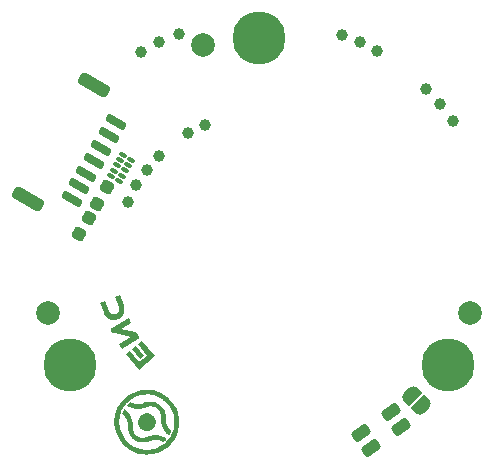
<source format=gbr>
%TF.GenerationSoftware,KiCad,Pcbnew,7.0.6*%
%TF.CreationDate,2024-04-30T01:46:30+02:00*%
%TF.ProjectId,amulet_encoder,616d756c-6574-45f6-956e-636f6465722e,1.0*%
%TF.SameCoordinates,PX7829b80PY6b49d20*%
%TF.FileFunction,Soldermask,Bot*%
%TF.FilePolarity,Negative*%
%FSLAX46Y46*%
G04 Gerber Fmt 4.6, Leading zero omitted, Abs format (unit mm)*
G04 Created by KiCad (PCBNEW 7.0.6) date 2024-04-30 01:46:30*
%MOMM*%
%LPD*%
G01*
G04 APERTURE LIST*
G04 Aperture macros list*
%AMRoundRect*
0 Rectangle with rounded corners*
0 $1 Rounding radius*
0 $2 $3 $4 $5 $6 $7 $8 $9 X,Y pos of 4 corners*
0 Add a 4 corners polygon primitive as box body*
4,1,4,$2,$3,$4,$5,$6,$7,$8,$9,$2,$3,0*
0 Add four circle primitives for the rounded corners*
1,1,$1+$1,$2,$3*
1,1,$1+$1,$4,$5*
1,1,$1+$1,$6,$7*
1,1,$1+$1,$8,$9*
0 Add four rect primitives between the rounded corners*
20,1,$1+$1,$2,$3,$4,$5,0*
20,1,$1+$1,$4,$5,$6,$7,0*
20,1,$1+$1,$6,$7,$8,$9,0*
20,1,$1+$1,$8,$9,$2,$3,0*%
%AMFreePoly0*
4,1,35,0.012286,0.794910,0.071158,0.794911,0.085245,0.792886,0.221795,0.752791,0.234740,0.746879,0.354462,0.669938,0.365217,0.660618,0.458414,0.553063,0.466109,0.541091,0.525228,0.411637,0.529237,0.397982,0.549491,0.257116,0.550000,0.250000,0.550000,-0.250000,0.549491,-0.257116,0.529237,-0.397982,0.525228,-0.411637,0.466109,-0.541091,0.458414,-0.553063,0.365217,-0.660618,
0.354462,-0.669938,0.234740,-0.746879,0.221795,-0.752791,0.085245,-0.792886,0.071158,-0.794911,0.012286,-0.794910,0.000000,-0.799999,-0.500000,-0.800000,-0.535355,-0.785355,-0.550000,-0.750000,-0.550000,0.750000,-0.535355,0.785355,-0.500000,0.800000,0.000000,0.799999,0.012286,0.794910,0.012286,0.794910,$1*%
%AMFreePoly1*
4,1,35,0.535355,0.785355,0.550000,0.750000,0.550000,-0.750000,0.535355,-0.785355,0.500000,-0.800000,0.000000,-0.799999,-0.012286,-0.794910,-0.071158,-0.794911,-0.085245,-0.792886,-0.221795,-0.752791,-0.234740,-0.746879,-0.354462,-0.669938,-0.365217,-0.660618,-0.458414,-0.553063,-0.466109,-0.541091,-0.525228,-0.411637,-0.529237,-0.397982,-0.549491,-0.257116,-0.550000,-0.250000,-0.550000,0.250000,
-0.549491,0.257116,-0.529237,0.397982,-0.525228,0.411637,-0.466109,0.541091,-0.458414,0.553063,-0.365217,0.660618,-0.354462,0.669938,-0.234740,0.746879,-0.221795,0.752791,-0.085245,0.792886,-0.071158,0.794911,-0.012286,0.794910,0.000000,0.799999,0.500000,0.800000,0.535355,0.785355,0.535355,0.785355,$1*%
G04 Aperture macros list end*
%ADD10C,0.160000*%
%ADD11C,0.800000*%
%ADD12C,4.500000*%
%ADD13C,0.999800*%
%ADD14RoundRect,0.300000X0.827628X-0.766506X1.077628X-0.333494X-0.827628X0.766506X-1.077628X0.333494X0*%
%ADD15RoundRect,0.200000X0.531218X-0.479904X0.681218X-0.220096X-0.531218X0.479904X-0.681218X0.220096X0*%
%ADD16RoundRect,0.050000X-0.197308X0.258253X-0.322308X0.041747X0.197308X-0.258253X0.322308X-0.041747X0*%
%ADD17C,2.000000*%
%ADD18RoundRect,0.287500X-0.108582X0.336931X-0.346082X-0.074431X0.108582X-0.336931X0.346082X0.074431X0*%
%ADD19FreePoly0,135.000000*%
%ADD20FreePoly1,135.000000*%
%ADD21RoundRect,0.275000X-0.559110X-0.116818X-0.301000X-0.485437X0.559110X0.116818X0.301000X0.485437X0*%
%ADD22RoundRect,0.287500X0.108582X-0.336931X0.346082X0.074431X-0.108582X0.336931X-0.346082X-0.074431X0*%
G04 APERTURE END LIST*
D10*
G36*
X9031716Y18570560D02*
G01*
X9473759Y18731451D01*
X9789692Y17863432D01*
X9798286Y17841334D01*
X9807699Y17819979D01*
X9817908Y17799380D01*
X9828888Y17779552D01*
X9840614Y17760511D01*
X9853063Y17742269D01*
X9866209Y17724842D01*
X9880029Y17708245D01*
X9894499Y17692492D01*
X9909593Y17677597D01*
X9925288Y17663575D01*
X9941559Y17650441D01*
X9958382Y17638209D01*
X9975732Y17626894D01*
X9993586Y17616510D01*
X10011918Y17607072D01*
X10030705Y17598595D01*
X10049923Y17591092D01*
X10069546Y17584579D01*
X10089551Y17579070D01*
X10109913Y17574580D01*
X10130608Y17571123D01*
X10151611Y17568713D01*
X10172899Y17567366D01*
X10194446Y17567096D01*
X10216229Y17567918D01*
X10238223Y17569845D01*
X10260404Y17572893D01*
X10282748Y17577076D01*
X10305230Y17582409D01*
X10327825Y17588906D01*
X10350511Y17596582D01*
X10373114Y17605390D01*
X10394873Y17615037D01*
X10415779Y17625496D01*
X10435823Y17636740D01*
X10454997Y17648744D01*
X10473291Y17661481D01*
X10490697Y17674923D01*
X10507206Y17689044D01*
X10522810Y17703819D01*
X10537500Y17719219D01*
X10551267Y17735220D01*
X10564103Y17751793D01*
X10575998Y17768912D01*
X10586944Y17786552D01*
X10596933Y17804685D01*
X10605956Y17823284D01*
X10614004Y17842324D01*
X10621068Y17861777D01*
X10627139Y17881617D01*
X10632210Y17901817D01*
X10636270Y17922352D01*
X10639313Y17943193D01*
X10641328Y17964315D01*
X10642307Y17985692D01*
X10642242Y18007295D01*
X10641124Y18029100D01*
X10638943Y18051079D01*
X10635692Y18073205D01*
X10631362Y18095453D01*
X10625944Y18117795D01*
X10619429Y18140206D01*
X10611808Y18162657D01*
X10295875Y19030676D01*
X10735622Y19190731D01*
X11040195Y18353926D01*
X11056893Y18304924D01*
X11071286Y18256071D01*
X11083393Y18207423D01*
X11093231Y18159037D01*
X11100815Y18110969D01*
X11106165Y18063275D01*
X11109297Y18016011D01*
X11110228Y17969234D01*
X11108976Y17922999D01*
X11105558Y17877362D01*
X11099991Y17832380D01*
X11092292Y17788110D01*
X11082479Y17744606D01*
X11070569Y17701926D01*
X11056579Y17660125D01*
X11040526Y17619259D01*
X11022428Y17579385D01*
X11002302Y17540560D01*
X10980165Y17502838D01*
X10956034Y17466276D01*
X10929927Y17430931D01*
X10901861Y17396858D01*
X10871854Y17364114D01*
X10839921Y17332755D01*
X10806082Y17302837D01*
X10770352Y17274416D01*
X10732749Y17247548D01*
X10693291Y17222289D01*
X10651995Y17198697D01*
X10608877Y17176826D01*
X10563956Y17156733D01*
X10517248Y17138474D01*
X10469775Y17122453D01*
X10422490Y17108986D01*
X10375445Y17098041D01*
X10328687Y17089584D01*
X10282267Y17083586D01*
X10236233Y17080012D01*
X10190635Y17078833D01*
X10145522Y17080014D01*
X10100943Y17083526D01*
X10056948Y17089335D01*
X10013585Y17097410D01*
X9970904Y17107718D01*
X9928954Y17120228D01*
X9887784Y17134908D01*
X9847444Y17151726D01*
X9807983Y17170650D01*
X9769449Y17191648D01*
X9731893Y17214688D01*
X9695364Y17239737D01*
X9659910Y17266765D01*
X9625581Y17295739D01*
X9592426Y17326627D01*
X9560495Y17359397D01*
X9529836Y17394018D01*
X9500499Y17430457D01*
X9472534Y17468682D01*
X9445988Y17508661D01*
X9420912Y17550363D01*
X9397355Y17593755D01*
X9375366Y17638806D01*
X9354994Y17685483D01*
X9336289Y17733755D01*
X9031716Y18570560D01*
G37*
G36*
X9972159Y16198869D02*
G01*
X9961886Y16218160D01*
X9953593Y16237004D01*
X9944859Y16264414D01*
X9940556Y16290774D01*
X9940668Y16316059D01*
X9945181Y16340241D01*
X9954077Y16363296D01*
X9967342Y16385197D01*
X9984958Y16405920D01*
X10006912Y16425437D01*
X10023949Y16437766D01*
X10042903Y16449541D01*
X11451629Y17262870D01*
X11688300Y16852943D01*
X10772417Y16324157D01*
X12001587Y16041647D01*
X12023832Y16036565D01*
X12044889Y16031205D01*
X12064850Y16025433D01*
X12083809Y16019113D01*
X12110565Y16008313D01*
X12135579Y15995525D01*
X12159161Y15980294D01*
X12181620Y15962166D01*
X12196122Y15948248D01*
X12210355Y15932705D01*
X12224409Y15915404D01*
X12238378Y15896210D01*
X12252352Y15874989D01*
X12266423Y15851605D01*
X12325286Y15749652D01*
X12338287Y15725496D01*
X12348993Y15702052D01*
X12357406Y15679322D01*
X12363530Y15657308D01*
X12367367Y15636014D01*
X12368922Y15615441D01*
X12368198Y15595594D01*
X12362845Y15567188D01*
X12352383Y15540429D01*
X12342576Y15523509D01*
X12330506Y15507328D01*
X12316177Y15491888D01*
X12299592Y15477193D01*
X12280754Y15463245D01*
X12259668Y15450046D01*
X10868286Y14646731D01*
X10630394Y15058773D01*
X11637654Y15640315D01*
X10294038Y15948127D01*
X10268722Y15953594D01*
X10244991Y15959030D01*
X10222740Y15964584D01*
X10201868Y15970399D01*
X10182270Y15976624D01*
X10163843Y15983403D01*
X10138173Y15994931D01*
X10114556Y16008529D01*
X10092644Y16024689D01*
X10072089Y16043906D01*
X10058966Y16058658D01*
X10046188Y16075133D01*
X10033651Y16093478D01*
X10021252Y16113838D01*
X9972159Y16198869D01*
G37*
G36*
X11770438Y14625516D02*
G01*
X12068302Y14875454D01*
X12759714Y14051461D01*
X12461849Y13801523D01*
X11770438Y14625516D01*
G37*
G36*
X11205169Y14180532D02*
G01*
X11565525Y14482907D01*
X12375626Y13517466D01*
X13045821Y14079827D01*
X12237605Y15043022D01*
X12596090Y15343827D01*
X13719241Y14005307D01*
X12330204Y12839767D01*
X11205169Y14180532D01*
G37*
%TO.C,G\u002A\u002A\u002A*%
G36*
X13121902Y9188548D02*
G01*
X13230603Y9162661D01*
X13336092Y9120276D01*
X13360976Y9107015D01*
X13419745Y9069138D01*
X13479558Y9022937D01*
X13534841Y8972910D01*
X13580016Y8923554D01*
X13606024Y8889504D01*
X13666676Y8791689D01*
X13711129Y8689066D01*
X13739298Y8583011D01*
X13751101Y8474900D01*
X13746455Y8366109D01*
X13725275Y8258014D01*
X13687479Y8151991D01*
X13632983Y8049417D01*
X13611676Y8017129D01*
X13540049Y7928707D01*
X13457793Y7853879D01*
X13365680Y7793186D01*
X13264488Y7747171D01*
X13154990Y7716371D01*
X13143613Y7714103D01*
X13075467Y7702896D01*
X13015128Y7698235D01*
X12955410Y7699882D01*
X12889124Y7707602D01*
X12836966Y7716756D01*
X12768211Y7734793D01*
X12703994Y7760239D01*
X12639236Y7795221D01*
X12568854Y7841872D01*
X12559557Y7848492D01*
X12518889Y7878161D01*
X12488334Y7902324D01*
X12464113Y7924370D01*
X12442443Y7947687D01*
X12419543Y7975663D01*
X12417944Y7977699D01*
X12351691Y8075561D01*
X12301865Y8178450D01*
X12268630Y8285293D01*
X12252146Y8395015D01*
X12252580Y8506544D01*
X12270092Y8618803D01*
X12304847Y8730720D01*
X12317722Y8759751D01*
X12348037Y8814576D01*
X12386236Y8872838D01*
X12428839Y8929709D01*
X12472362Y8980357D01*
X12513323Y9019949D01*
X12592053Y9078071D01*
X12690311Y9131437D01*
X12794193Y9169382D01*
X12901929Y9191693D01*
X13011755Y9198154D01*
X13121902Y9188548D01*
G37*
G36*
X13401470Y10177534D02*
G01*
X13534231Y10163508D01*
X13549294Y10161130D01*
X13656991Y10138038D01*
X13766076Y10104879D01*
X13870401Y10063755D01*
X13963820Y10016765D01*
X13984990Y10004291D01*
X14089039Y9933094D01*
X14188292Y9849079D01*
X14278107Y9756096D01*
X14357477Y9654656D01*
X14435147Y9528989D01*
X14498497Y9393545D01*
X14547454Y9248533D01*
X14581950Y9094170D01*
X14601912Y8930668D01*
X14607273Y8758241D01*
X14609087Y8642619D01*
X14619737Y8518182D01*
X14640341Y8402859D01*
X14671695Y8293330D01*
X14714594Y8186270D01*
X14769830Y8078363D01*
X14769991Y8078076D01*
X14810801Y8011829D01*
X14858510Y7944452D01*
X14910270Y7879338D01*
X14963227Y7819881D01*
X15014531Y7769475D01*
X15061328Y7731513D01*
X15064985Y7728919D01*
X15073424Y7721458D01*
X15076722Y7712388D01*
X15074518Y7698064D01*
X15066453Y7674850D01*
X15052164Y7639101D01*
X15030695Y7588537D01*
X14998458Y7517965D01*
X14962837Y7444614D01*
X14927006Y7375171D01*
X14907315Y7338327D01*
X14864255Y7368478D01*
X14825289Y7397247D01*
X14744381Y7465424D01*
X14662971Y7544428D01*
X14584761Y7630551D01*
X14513450Y7720081D01*
X14464904Y7789486D01*
X14381899Y7930377D01*
X14313695Y8078641D01*
X14260821Y8232610D01*
X14223803Y8390622D01*
X14203166Y8551010D01*
X14199440Y8712109D01*
X14200263Y8744466D01*
X14200136Y8850878D01*
X14195016Y8944266D01*
X14184670Y9027598D01*
X14168865Y9103842D01*
X14137080Y9208662D01*
X14087058Y9325018D01*
X14024579Y9429428D01*
X13949794Y9521646D01*
X13862857Y9601426D01*
X13836755Y9621229D01*
X13737298Y9683047D01*
X13630619Y9729185D01*
X13517145Y9759608D01*
X13397301Y9774287D01*
X13271512Y9773192D01*
X13140205Y9756288D01*
X13003805Y9723548D01*
X12862739Y9674937D01*
X12749241Y9633681D01*
X12619744Y9596617D01*
X12492259Y9571946D01*
X12362179Y9558812D01*
X12224895Y9556356D01*
X12189059Y9557435D01*
X12038994Y9570831D01*
X11889562Y9597942D01*
X11743586Y9637891D01*
X11603893Y9689803D01*
X11473307Y9752803D01*
X11354653Y9826016D01*
X11309909Y9857258D01*
X11327286Y9882075D01*
X11330407Y9886374D01*
X11351570Y9912152D01*
X11381912Y9945827D01*
X11418376Y9984231D01*
X11457902Y10024196D01*
X11497435Y10062554D01*
X11533917Y10096138D01*
X11596824Y10152012D01*
X11646804Y10124858D01*
X11711093Y10092028D01*
X11849553Y10034960D01*
X11990522Y9994835D01*
X12133175Y9971711D01*
X12276686Y9965645D01*
X12420232Y9976697D01*
X12562987Y10004926D01*
X12704126Y10050386D01*
X12713737Y10054079D01*
X12862265Y10105644D01*
X13002965Y10143453D01*
X13138175Y10167825D01*
X13270231Y10179079D01*
X13401470Y10177534D01*
G37*
G36*
X11134568Y9532346D02*
G01*
X11140620Y9528038D01*
X11181260Y9496596D01*
X11228420Y9456814D01*
X11277684Y9412629D01*
X11324636Y9367986D01*
X11364862Y9326822D01*
X11456182Y9220316D01*
X11552838Y9084176D01*
X11633781Y8940536D01*
X11699166Y8789073D01*
X11749149Y8629467D01*
X11783884Y8461394D01*
X11787620Y8436369D01*
X11794744Y8380074D01*
X11800133Y8325337D01*
X11803314Y8277366D01*
X11803817Y8241365D01*
X11803329Y8227320D01*
X11801237Y8158596D01*
X11800221Y8103109D01*
X11800330Y8057303D01*
X11801612Y8017620D01*
X11804117Y7980504D01*
X11807891Y7942399D01*
X11816697Y7877787D01*
X11845112Y7749527D01*
X11887343Y7630874D01*
X11943937Y7520447D01*
X12015440Y7416865D01*
X12029693Y7399057D01*
X12050241Y7375299D01*
X12071358Y7354279D01*
X12096536Y7332888D01*
X12129262Y7308021D01*
X12173027Y7276571D01*
X12186761Y7266864D01*
X12229117Y7237654D01*
X12262793Y7216146D01*
X12291844Y7200040D01*
X12320321Y7187035D01*
X12352280Y7174832D01*
X12378309Y7165942D01*
X12499674Y7135717D01*
X12625633Y7122287D01*
X12756062Y7125643D01*
X12890839Y7145774D01*
X13029842Y7182674D01*
X13172946Y7236332D01*
X13179556Y7239121D01*
X13267639Y7270806D01*
X13367402Y7298039D01*
X13473795Y7319777D01*
X13581770Y7334973D01*
X13686280Y7342584D01*
X13805897Y7341919D01*
X13956938Y7328412D01*
X14106914Y7301591D01*
X14251648Y7262238D01*
X14386965Y7211138D01*
X14411183Y7200254D01*
X14461866Y7176046D01*
X14512692Y7150111D01*
X14561386Y7123775D01*
X14605681Y7098360D01*
X14643305Y7075189D01*
X14671989Y7055589D01*
X14689463Y7040882D01*
X14693456Y7032392D01*
X14691456Y7029771D01*
X14677046Y7013290D01*
X14653504Y6988031D01*
X14623467Y6956687D01*
X14589577Y6921946D01*
X14554470Y6886498D01*
X14520787Y6853034D01*
X14491166Y6824245D01*
X14468247Y6802820D01*
X14404480Y6745340D01*
X14330006Y6785438D01*
X14295304Y6803390D01*
X14164483Y6858973D01*
X14028375Y6898936D01*
X13888837Y6923141D01*
X13747728Y6931449D01*
X13606906Y6923723D01*
X13468230Y6899824D01*
X13333559Y6859615D01*
X13295082Y6845587D01*
X13222911Y6819916D01*
X13161861Y6799351D01*
X13108495Y6782861D01*
X13059379Y6769416D01*
X13011078Y6757983D01*
X12960155Y6747533D01*
X12885542Y6734778D01*
X12731271Y6719555D01*
X12582158Y6720611D01*
X12437176Y6738039D01*
X12295293Y6771938D01*
X12155480Y6822402D01*
X12137149Y6830559D01*
X12076502Y6861955D01*
X12010068Y6901696D01*
X11942231Y6946774D01*
X11877375Y6994184D01*
X11819883Y7040918D01*
X11774137Y7083969D01*
X11734421Y7127476D01*
X11642641Y7245820D01*
X11564814Y7374103D01*
X11501209Y7511573D01*
X11452097Y7657478D01*
X11417750Y7811066D01*
X11398438Y7971587D01*
X11394432Y8138287D01*
X11394193Y8222141D01*
X11382058Y8375015D01*
X11354529Y8519736D01*
X11311500Y8656565D01*
X11252863Y8785757D01*
X11178512Y8907572D01*
X11088339Y9022265D01*
X10982237Y9130096D01*
X10920710Y9186437D01*
X10951703Y9264659D01*
X10955512Y9274151D01*
X10975520Y9321251D01*
X10998544Y9371979D01*
X11022653Y9422377D01*
X11045917Y9468491D01*
X11066406Y9506363D01*
X11082187Y9532039D01*
X11099564Y9556856D01*
X11134568Y9532346D01*
G37*
G36*
X13172271Y11195753D02*
G01*
X13380919Y11174218D01*
X13589184Y11136146D01*
X13795293Y11082034D01*
X13997470Y11012382D01*
X14193944Y10927689D01*
X14382942Y10828453D01*
X14409744Y10812299D01*
X14459588Y10779969D01*
X14517443Y10740423D01*
X14580066Y10696040D01*
X14644216Y10649201D01*
X14706646Y10602284D01*
X14764115Y10557670D01*
X14813381Y10517738D01*
X14851199Y10484868D01*
X14913370Y10425991D01*
X15066657Y10264860D01*
X15205193Y10094661D01*
X15328777Y9915698D01*
X15437211Y9728275D01*
X15530295Y9532697D01*
X15607830Y9329268D01*
X15631540Y9254878D01*
X15680504Y9068685D01*
X15717316Y8876388D01*
X15741425Y8681995D01*
X15752277Y8489517D01*
X15749319Y8302964D01*
X15741710Y8199630D01*
X15714251Y7990809D01*
X15670585Y7784889D01*
X15610412Y7580781D01*
X15533436Y7377395D01*
X15439356Y7173643D01*
X15428526Y7152994D01*
X15397441Y7099018D01*
X15358204Y7035967D01*
X15312906Y6966821D01*
X15263635Y6894562D01*
X15212483Y6822172D01*
X15161541Y6752634D01*
X15112898Y6688928D01*
X15068645Y6634036D01*
X15030871Y6590941D01*
X15010553Y6569407D01*
X14849201Y6412091D01*
X14679317Y6269907D01*
X14501094Y6142968D01*
X14314723Y6031391D01*
X14120394Y5935292D01*
X13918299Y5854786D01*
X13708629Y5789991D01*
X13696496Y5786833D01*
X13634843Y5772437D01*
X13562260Y5757562D01*
X13483390Y5742995D01*
X13402879Y5729522D01*
X13325373Y5717930D01*
X13255517Y5709004D01*
X13197956Y5703532D01*
X13169283Y5701682D01*
X12955235Y5697473D01*
X12741089Y5709876D01*
X12528614Y5738588D01*
X12319576Y5783316D01*
X12115746Y5843756D01*
X11918890Y5919614D01*
X11780023Y5984314D01*
X11587667Y6090024D01*
X11404440Y6210216D01*
X11231315Y6344180D01*
X11069266Y6491201D01*
X10919266Y6650570D01*
X10861445Y6719389D01*
X10732890Y6891200D01*
X10619024Y7071453D01*
X10520048Y7259142D01*
X10436156Y7453263D01*
X10367549Y7652810D01*
X10314424Y7856778D01*
X10276978Y8064163D01*
X10255411Y8273960D01*
X10250161Y8475878D01*
X10660947Y8475878D01*
X10665912Y8284490D01*
X10687419Y8094340D01*
X10725614Y7903650D01*
X10780641Y7710644D01*
X10791240Y7678900D01*
X10864031Y7492596D01*
X10952162Y7314577D01*
X11055491Y7145056D01*
X11173876Y6984249D01*
X11307176Y6832369D01*
X11455250Y6689630D01*
X11464722Y6681314D01*
X11525840Y6631153D01*
X11597205Y6577347D01*
X11674965Y6522473D01*
X11755266Y6469104D01*
X11834256Y6419813D01*
X11908081Y6377177D01*
X11972889Y6343770D01*
X12024083Y6320187D01*
X12216521Y6243050D01*
X12410652Y6183290D01*
X12606469Y6140910D01*
X12803962Y6115910D01*
X13003120Y6108294D01*
X13203935Y6118060D01*
X13406396Y6145211D01*
X13481713Y6159361D01*
X13576369Y6180458D01*
X13666127Y6205039D01*
X13757594Y6234964D01*
X13857380Y6272092D01*
X13935054Y6303928D01*
X14116295Y6391365D01*
X14288205Y6493545D01*
X14450610Y6610350D01*
X14603343Y6741663D01*
X14746233Y6887365D01*
X14778691Y6925032D01*
X14827824Y6986764D01*
X14880066Y7056837D01*
X14932533Y7131144D01*
X14982348Y7205577D01*
X15026628Y7276028D01*
X15062495Y7338390D01*
X15137785Y7491189D01*
X15211187Y7675789D01*
X15268279Y7864859D01*
X15309024Y8057354D01*
X15333386Y8252228D01*
X15341330Y8448434D01*
X15332818Y8644925D01*
X15307817Y8840656D01*
X15266289Y9034579D01*
X15208201Y9225648D01*
X15133515Y9412817D01*
X15081808Y9520536D01*
X14985525Y9690303D01*
X14874418Y9852295D01*
X14747869Y10007388D01*
X14605253Y10156455D01*
X14571256Y10187186D01*
X14523549Y10226617D01*
X14467022Y10270770D01*
X14404811Y10317386D01*
X14340046Y10364198D01*
X14275864Y10408946D01*
X14215396Y10449367D01*
X14161776Y10483198D01*
X14118140Y10508178D01*
X13950870Y10588768D01*
X13760375Y10662977D01*
X13567079Y10720080D01*
X13371358Y10760018D01*
X13173588Y10782735D01*
X12974143Y10788170D01*
X12773401Y10776267D01*
X12571737Y10746968D01*
X12546600Y10742139D01*
X12399190Y10709223D01*
X12262762Y10669882D01*
X12132195Y10622284D01*
X12002370Y10564594D01*
X11868167Y10494977D01*
X11741321Y10420122D01*
X11578151Y10307371D01*
X11425808Y10181676D01*
X11282513Y10041659D01*
X11266144Y10023770D01*
X11222517Y9972141D01*
X11174059Y9910314D01*
X11123102Y9841627D01*
X11071978Y9769413D01*
X11023017Y9697010D01*
X10978550Y9627752D01*
X10940907Y9564976D01*
X10912422Y9512017D01*
X10853817Y9384558D01*
X10783607Y9199293D01*
X10729552Y9010049D01*
X10690886Y8814400D01*
X10672381Y8670282D01*
X10660947Y8475878D01*
X10250161Y8475878D01*
X10249920Y8485164D01*
X10260702Y8696768D01*
X10287957Y8907770D01*
X10331880Y9117163D01*
X10392672Y9323943D01*
X10410193Y9374215D01*
X10492289Y9577036D01*
X10589963Y9772260D01*
X10702820Y9959271D01*
X10735560Y10004976D01*
X10830463Y10137459D01*
X10972499Y10306208D01*
X11128531Y10464907D01*
X11185538Y10516827D01*
X11337348Y10640233D01*
X11501606Y10754461D01*
X11675847Y10858114D01*
X11857612Y10949796D01*
X12044433Y11028109D01*
X12233852Y11091659D01*
X12317974Y11114351D01*
X12460971Y11145498D01*
X12612008Y11170363D01*
X12765791Y11188253D01*
X12917031Y11198472D01*
X13060434Y11200324D01*
X13172271Y11195753D01*
G37*
%TD*%
D11*
%TO.C,H1*%
X20850000Y41000000D03*
X21333274Y42166726D03*
X21333274Y39833274D03*
X22500000Y42650000D03*
D12*
X22500000Y41000000D03*
D11*
X22500000Y39350000D03*
X23666726Y42166726D03*
X23666726Y39833274D03*
X24150000Y41000000D03*
%TD*%
D13*
%TO.C,TP10*%
X29525000Y41225000D03*
%TD*%
%TO.C,TP13*%
X12525002Y39820510D03*
%TD*%
%TO.C,TP3*%
X12979760Y29805137D03*
%TD*%
%TO.C,TP1*%
X11413445Y27092201D03*
%TD*%
%TO.C,TP4*%
X14014719Y30985281D03*
%TD*%
%TO.C,TP15*%
X15684597Y41293852D03*
%TD*%
%TO.C,TP14*%
X14072635Y40626155D03*
%TD*%
%TO.C,TP12*%
X31050000Y40600000D03*
%TD*%
%TO.C,TP2*%
X12107695Y28500000D03*
%TD*%
%TO.C,TP5*%
X16500000Y32892305D03*
%TD*%
D11*
%TO.C,H2*%
X36871469Y13249998D03*
X37354743Y14416724D03*
X37354743Y12083272D03*
X38521469Y14899998D03*
D12*
X38521469Y13249998D03*
D11*
X38521469Y11599998D03*
X39688195Y14416724D03*
X39688195Y12083272D03*
X40171469Y13249998D03*
%TD*%
D13*
%TO.C,TP6*%
X17907799Y33586555D03*
%TD*%
D11*
%TO.C,H3*%
X4828529Y13250004D03*
X5311803Y14416730D03*
X5311803Y12083278D03*
X6478529Y14900004D03*
D12*
X6478529Y13250004D03*
D11*
X6478529Y11600004D03*
X7645255Y14416730D03*
X7645255Y12083278D03*
X8128529Y13250004D03*
%TD*%
D13*
%TO.C,TP11*%
X32500000Y39825000D03*
%TD*%
D14*
%TO.C,J1*%
X8542409Y37024742D03*
X2942409Y27325258D03*
D15*
X10388690Y33822595D03*
X9763690Y32740064D03*
X9138690Y31657532D03*
X8513690Y30575000D03*
X7888690Y29492468D03*
X7263690Y28409936D03*
X6638690Y27327405D03*
%TD*%
D16*
%TO.C,D1*%
X11685625Y30615992D03*
X11435625Y30182980D03*
X11185625Y29749967D03*
X10935625Y29316954D03*
X10685625Y28883942D03*
X9949503Y29308942D03*
X10199503Y29741954D03*
X10449503Y30174967D03*
X10699503Y30607980D03*
X10949503Y31040992D03*
%TD*%
D17*
%TO.C,FM6*%
X40369627Y17711846D03*
%TD*%
D13*
%TO.C,TP9*%
X36667135Y36642135D03*
%TD*%
D18*
%TO.C,C1*%
X7289042Y24353848D03*
X8089042Y25739488D03*
%TD*%
D19*
%TO.C,JP1*%
X35407390Y10725899D03*
D20*
X36326628Y9806661D03*
%TD*%
D13*
%TO.C,TP8*%
X37845888Y35355752D03*
%TD*%
D21*
%TO.C,D2*%
X34523166Y8041169D03*
X31983795Y6263082D03*
X33662801Y9269898D03*
X31123430Y7491811D03*
%TD*%
D17*
%TO.C,FM5*%
X4655370Y17711854D03*
%TD*%
D13*
%TO.C,TP7*%
X38908040Y33971529D03*
%TD*%
D22*
%TO.C,C2*%
X9589042Y28337566D03*
X8789042Y26951926D03*
%TD*%
D17*
%TO.C,FM4*%
X17736853Y40344627D03*
%TD*%
M02*

</source>
